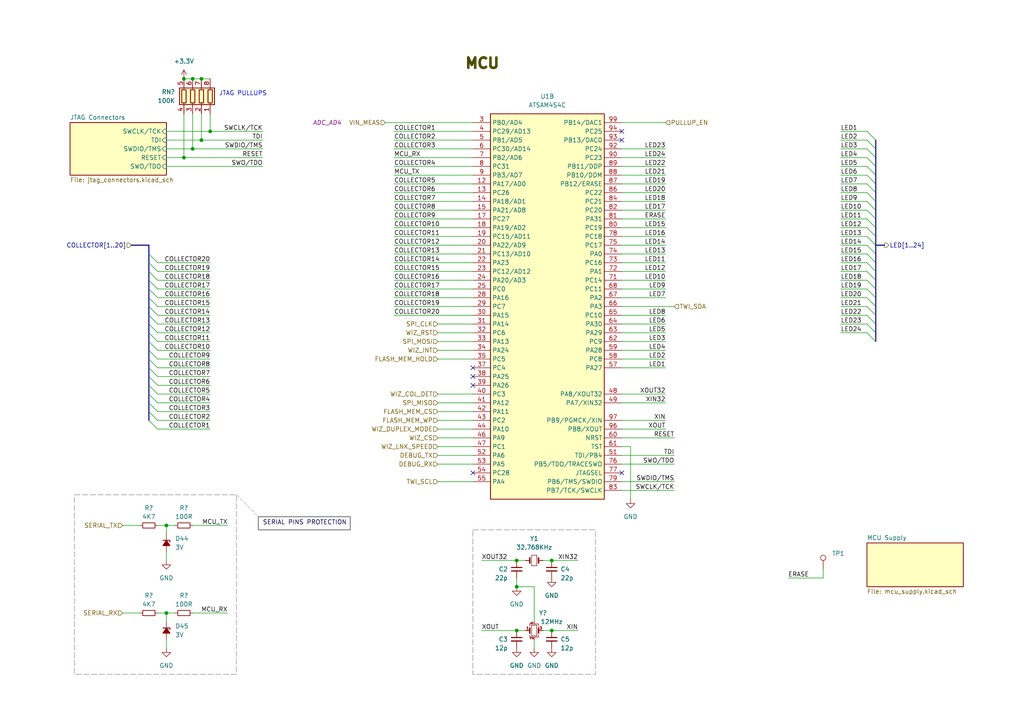
<source format=kicad_sch>
(kicad_sch (version 20230121) (generator eeschema)
  (paper "A4")
  (title_block (title "MCU") (date "2023-06-28") (rev "R1"))
  (lib_symbols
    (symbol "Connector:TestPoint" (pin_numbers hide) (pin_names (offset 0.762) hide)
      (property "Reference" "TP" (at 0 6.858 0))
      (property "Value" "TestPoint" (at 0 5.08 0))
      (symbol "TestPoint_0_1"
        (circle (center 0 3.302) (radius 0.762))
      )
      (symbol "TestPoint_1_1"
        (pin passive line (at 0 0 90) (length 2.54) (name "1") (number "1"))
      )
    )
    (symbol "Device:C_Small" (pin_numbers hide) (pin_names (offset 0.254) hide)
      (property "Reference" "C" (at 0.254 1.778 0))
      (property "Value" "C_Small" (at 0.254 -2.032 0))
      (symbol "C_Small_0_1"
        (polyline (pts (xy -1.524 -0.508) (xy 1.524 -0.508)) (stroke (width 0.3302)))
        (polyline (pts (xy -1.524 0.508) (xy 1.524 0.508)) (stroke (width 0.3048)))
      )
      (symbol "C_Small_1_1"
        (pin passive line (at 0 2.54 270) (length 2.032) (name "~") (number "1"))
        (pin passive line (at 0 -2.54 90) (length 2.032) (name "~") (number "2"))
      )
    )
    (symbol "Device:Crystal_GND24_Small" (pin_names (offset 1.016) hide)
      (property "Reference" "Y" (at 1.27 4.445 0))
      (property "Value" "Crystal_GND24_Small" (at 1.27 2.54 0))
      (symbol "Crystal_GND24_Small_0_1"
        (rectangle (start -0.762 -1.524) (end 0.762 1.524))
        (polyline (pts (xy -1.27 -0.762) (xy -1.27 0.762)) (stroke (width 0.381)))
        (polyline (pts (xy 1.27 -0.762) (xy 1.27 0.762)) (stroke (width 0.381)))
        (polyline (pts (xy -1.27 -1.27) (xy -1.27 -1.905) (xy 1.27 -1.905) (xy 1.27 -1.27)))
        (polyline (pts (xy -1.27 1.27) (xy -1.27 1.905) (xy 1.27 1.905) (xy 1.27 1.27)))
      )
      (symbol "Crystal_GND24_Small_1_1"
        (pin passive line (at -2.54 0 0) (length 1.27) (name "1") (number "1"))
        (pin passive line (at 0 -2.54 90) (length 0.635) (name "2") (number "2"))
        (pin passive line (at 2.54 0 180) (length 1.27) (name "3") (number "3"))
        (pin passive line (at 0 2.54 270) (length 0.635) (name "4") (number "4"))
      )
    )
    (symbol "Device:Crystal_Small" (pin_numbers hide) (pin_names (offset 1.016) hide)
      (property "Reference" "Y" (at 0 2.54 0))
      (property "Value" "Crystal_Small" (at 0 -2.54 0))
      (symbol "Crystal_Small_0_1"
        (rectangle (start -0.762 -1.524) (end 0.762 1.524))
        (polyline (pts (xy -1.27 -0.762) (xy -1.27 0.762)) (stroke (width 0.381)))
        (polyline (pts (xy 1.27 -0.762) (xy 1.27 0.762)) (stroke (width 0.381)))
      )
      (symbol "Crystal_Small_1_1"
        (pin passive line (at -2.54 0 0) (length 1.27) (name "1") (number "1"))
        (pin passive line (at 2.54 0 180) (length 1.27) (name "2") (number "2"))
      )
    )
    (symbol "Device:D_Zener_Small_Filled" (pin_numbers hide) (pin_names (offset 0.254) hide)
      (property "Reference" "D" (at 0 2.286 0))
      (property "Value" "D_Zener_Small_Filled" (at 0 -2.286 0))
      (symbol "D_Zener_Small_Filled_0_1"
        (polyline (pts (xy 0.762 0) (xy -0.762 0)))
        (polyline (pts (xy -0.254 1.016) (xy -0.762 1.016) (xy -0.762 -1.016)) (stroke (width 0.254)))
        (polyline (pts (xy 0.762 1.016) (xy -0.762 0) (xy 0.762 -1.016) (xy 0.762 1.016)) (stroke (width 0.254)) (fill (type outline)))
      )
      (symbol "D_Zener_Small_Filled_1_1"
        (pin passive line (at -2.54 0 0) (length 1.778) (name "K") (number "1"))
        (pin passive line (at 2.54 0 180) (length 1.778) (name "A") (number "2"))
      )
    )
    (symbol "Device:R_Pack04" (pin_names (offset 0) hide)
      (property "Reference" "RN" (at -7.62 0 90))
      (property "Value" "R_Pack04" (at 5.08 0 90))
      (symbol "R_Pack04_0_1"
        (rectangle (start -6.35 -2.413) (end 3.81 2.413) (stroke (width 0.254)) (fill (type background)))
        (rectangle (start -5.715 1.905) (end -4.445 -1.905) (stroke (width 0.254)))
        (rectangle (start -3.175 1.905) (end -1.905 -1.905) (stroke (width 0.254)))
        (rectangle (start -0.635 1.905) (end 0.635 -1.905) (stroke (width 0.254)))
        (polyline (pts (xy -5.08 -2.54) (xy -5.08 -1.905)))
        (polyline (pts (xy -5.08 1.905) (xy -5.08 2.54)))
        (polyline (pts (xy -2.54 -2.54) (xy -2.54 -1.905)))
        (polyline (pts (xy -2.54 1.905) (xy -2.54 2.54)))
        (polyline (pts (xy 0 -2.54) (xy 0 -1.905)))
        (polyline (pts (xy 0 1.905) (xy 0 2.54)))
        (polyline (pts (xy 2.54 -2.54) (xy 2.54 -1.905)))
        (polyline (pts (xy 2.54 1.905) (xy 2.54 2.54)))
        (rectangle (start 1.905 1.905) (end 3.175 -1.905) (stroke (width 0.254)))
      )
      (symbol "R_Pack04_1_1"
        (pin passive line (at -5.08 -5.08 90) (length 2.54) (name "R1.1") (number "1"))
        (pin passive line (at -2.54 -5.08 90) (length 2.54) (name "R2.1") (number "2"))
        (pin passive line (at 0 -5.08 90) (length 2.54) (name "R3.1") (number "3"))
        (pin passive line (at 2.54 -5.08 90) (length 2.54) (name "R4.1") (number "4"))
        (pin passive line (at 2.54 5.08 270) (length 2.54) (name "R4.2") (number "5"))
        (pin passive line (at 0 5.08 270) (length 2.54) (name "R3.2") (number "6"))
        (pin passive line (at -2.54 5.08 270) (length 2.54) (name "R2.2") (number "7"))
        (pin passive line (at -5.08 5.08 270) (length 2.54) (name "R1.2") (number "8"))
      )
    )
    (symbol "Device:R_Small" (pin_numbers hide) (pin_names (offset 0.254) hide)
      (property "Reference" "R" (at 0.762 0.508 0))
      (property "Value" "R_Small" (at 0.762 -1.016 0))
      (symbol "R_Small_0_1"
        (rectangle (start -0.762 1.778) (end 0.762 -1.778) (stroke (width 0.2032)))
      )
      (symbol "R_Small_1_1"
        (pin passive line (at 0 2.54 270) (length 0.762) (name "~") (number "1"))
        (pin passive line (at 0 -2.54 90) (length 0.762) (name "~") (number "2"))
      )
    )
    (symbol "My Libraries:ATSAM4S2C"
      (property "Reference" "U" (at -2.54 58.42 0))
      (property "Value" "ATSAM4S4C" (at 0 55.88 0))
      (symbol "ATSAM4S2C_1_1"
        (rectangle (start -20.32 15.24) (end 20.32 -20.32) (stroke (width 0.254)) (fill (type background)))
        (pin input line (at -25.4 -17.78 0) (length 5.08) (name "ADVREF") (number "1"))
        (pin power_in line (at -25.4 12.7 0) (length 5.08) (name "VDDIN") (number "10"))
        (pin power_in line (at 25.4 -17.78 180) (length 5.08) (name "VDDPLL") (number "100"))
        (pin power_out line (at 25.4 12.7 180) (length 5.08) (name "VDDOUT") (number "11"))
        (pin power_in line (at 25.4 -7.62 180) (length 5.08) (name "VDDCORE") (number "16"))
        (pin power_in line (at -5.08 -25.4 90) (length 5.08) (name "GND") (number "2"))
        (pin power_in line (at -2.54 -25.4 90) (length 5.08) (name "GND") (number "26"))
        (pin power_in line (at -25.4 0 0) (length 5.08) (name "VDDIO") (number "27"))
        (pin power_in line (at 25.4 -5.08 180) (length 5.08) (name "VDDCORE") (number "36"))
        (pin power_in line (at 2.54 -25.4 90) (length 5.08) (name "GND") (number "45"))
        (pin power_in line (at -25.4 -2.54 0) (length 5.08) (name "VDDIO") (number "50"))
        (pin power_in line (at 25.4 -2.54 180) (length 5.08) (name "VDDCORE") (number "56"))
        (pin power_in line (at -25.4 -5.08 0) (length 5.08) (name "VDDIO") (number "69"))
        (pin power_in line (at 0 -25.4 90) (length 5.08) (name "GND") (number "70"))
        (pin power_in line (at 25.4 0 180) (length 5.08) (name "VDDCORE") (number "85"))
        (pin power_in line (at -25.4 -7.62 0) (length 5.08) (name "VDDIO") (number "91"))
        (pin power_in line (at 5.08 -25.4 90) (length 5.08) (name "GND") (number "95"))
        (pin power_in line (at -25.4 -10.16 0) (length 5.08) (name "VDDIO") (number "98"))
      )
      (symbol "ATSAM4S2C_2_1"
        (rectangle (start -17.78 53.34) (end 15.24 -58.42) (stroke (width 0.254)) (fill (type background)))
        (pin passive line (at -22.86 33.02 0) (length 5.08) (name "PA17/AD0") (number "12"))
        (pin passive line (at -22.86 30.48 0) (length 5.08) (name "PC26") (number "13"))
        (pin passive line (at -22.86 27.94 0) (length 5.08) (name "PA18/AD1") (number "14"))
        (pin passive line (at -22.86 25.4 0) (length 5.08) (name "PA21/AD8") (number "15"))
        (pin passive line (at -22.86 22.86 0) (length 5.08) (name "PC27") (number "17"))
        (pin passive line (at -22.86 20.32 0) (length 5.08) (name "PA19/AD2") (number "18"))
        (pin passive line (at -22.86 17.78 0) (length 5.08) (name "PC15/AD11") (number "19"))
        (pin passive line (at -22.86 15.24 0) (length 5.08) (name "PA22/AD9") (number "20"))
        (pin passive line (at -22.86 12.7 0) (length 5.08) (name "PC13/AD10") (number "21"))
        (pin passive line (at -22.86 10.16 0) (length 5.08) (name "PA23") (number "22"))
        (pin passive line (at -22.86 7.62 0) (length 5.08) (name "PC12/AD12") (number "23"))
        (pin passive line (at -22.86 5.08 0) (length 5.08) (name "PA20/AD3") (number "24"))
        (pin passive line (at -22.86 2.54 0) (length 5.08) (name "PC0") (number "25"))
        (pin passive line (at -22.86 0 0) (length 5.08) (name "PA16") (number "28"))
        (pin passive line (at -22.86 -2.54 0) (length 5.08) (name "PC7") (number "29"))
        (pin passive line (at -22.86 50.8 0) (length 5.08) (name "PB0/AD4") (number "3"))
        (pin passive line (at -22.86 -5.08 0) (length 5.08) (name "PA15") (number "30"))
        (pin passive line (at -22.86 -7.62 0) (length 5.08) (name "PA14") (number "31"))
        (pin passive line (at -22.86 -10.16 0) (length 5.08) (name "PC6") (number "32"))
        (pin passive line (at -22.86 -12.7 0) (length 5.08) (name "PA13") (number "33"))
        (pin passive line (at -22.86 -15.24 0) (length 5.08) (name "PA24") (number "34"))
        (pin passive line (at -22.86 -17.78 0) (length 5.08) (name "PC5") (number "35"))
        (pin passive line (at -22.86 -20.32 0) (length 5.08) (name "PC4") (number "37"))
        (pin passive line (at -22.86 -22.86 0) (length 5.08) (name "PA25") (number "38"))
        (pin passive line (at -22.86 -25.4 0) (length 5.08) (name "PA26") (number "39"))
        (pin passive line (at -22.86 48.26 0) (length 5.08) (name "PC29/AD13") (number "4"))
        (pin passive line (at -22.86 -27.94 0) (length 5.08) (name "PC3") (number "40"))
        (pin passive line (at -22.86 -30.48 0) (length 5.08) (name "PA12") (number "41"))
        (pin passive line (at -22.86 -33.02 0) (length 5.08) (name "PA11") (number "42"))
        (pin passive line (at -22.86 -35.56 0) (length 5.08) (name "PC2") (number "43"))
        (pin passive line (at -22.86 -38.1 0) (length 5.08) (name "PA10") (number "44"))
        (pin passive line (at -22.86 -40.64 0) (length 5.08) (name "PA9") (number "46"))
        (pin passive line (at -22.86 -43.18 0) (length 5.08) (name "PC1") (number "47"))
        (pin passive line (at 20.32 -27.94 180) (length 5.08) (name "PA8/XOUT32") (number "48"))
        (pin passive line (at 20.32 -30.48 180) (length 5.08) (name "PA7/XIN32") (number "49"))
        (pin passive line (at -22.86 45.72 0) (length 5.08) (name "PB1/AD5") (number "5"))
        (pin passive line (at 20.32 -45.72 180) (length 5.08) (name "TDI/PB4") (number "51"))
        (pin passive line (at -22.86 -45.72 0) (length 5.08) (name "PA6") (number "52"))
        (pin passive line (at -22.86 -48.26 0) (length 5.08) (name "PA5") (number "53"))
        (pin passive line (at -22.86 -50.8 0) (length 5.08) (name "PC28") (number "54"))
        (pin passive line (at -22.86 -53.34 0) (length 5.08) (name "PA4") (number "55"))
        (pin passive line (at 20.32 -20.32 180) (length 5.08) (name "PA27") (number "57"))
        (pin passive line (at 20.32 -17.78 180) (length 5.08) (name "PC8") (number "58"))
        (pin passive line (at 20.32 -15.24 180) (length 5.08) (name "PA28") (number "59"))
        (pin passive line (at -22.86 43.18 0) (length 5.08) (name "PC30/AD14") (number "6"))
        (pin passive line (at 20.32 -40.64 180) (length 5.08) (name "NRST") (number "60"))
        (pin passive line (at 20.32 -43.18 180) (length 5.08) (name "TST") (number "61"))
        (pin passive line (at 20.32 -12.7 180) (length 5.08) (name "PC9") (number "62"))
        (pin passive line (at 20.32 -10.16 180) (length 5.08) (name "PA29") (number "63"))
        (pin passive line (at 20.32 -7.62 180) (length 5.08) (name "PA30") (number "64"))
        (pin passive line (at 20.32 -5.08 180) (length 5.08) (name "PC10") (number "65"))
        (pin passive line (at 20.32 -2.54 180) (length 5.08) (name "PA3") (number "66"))
        (pin passive line (at 20.32 0 180) (length 5.08) (name "PA2") (number "67"))
        (pin passive line (at 20.32 2.54 180) (length 5.08) (name "PC11") (number "68"))
        (pin passive line (at -22.86 40.64 0) (length 5.08) (name "PB2/AD6") (number "7"))
        (pin passive line (at 20.32 5.08 180) (length 5.08) (name "PC14") (number "71"))
        (pin passive line (at 20.32 7.62 180) (length 5.08) (name "PA1") (number "72"))
        (pin passive line (at 20.32 10.16 180) (length 5.08) (name "PC16") (number "73"))
        (pin passive line (at 20.32 12.7 180) (length 5.08) (name "PA0") (number "74"))
        (pin passive line (at 20.32 15.24 180) (length 5.08) (name "PC17") (number "75"))
        (pin passive line (at 20.32 -48.26 180) (length 5.08) (name "PB5/TDO/TRACESWO") (number "76"))
        (pin passive line (at 20.32 -50.8 180) (length 5.08) (name "JTAGSEL") (number "77"))
        (pin passive line (at 20.32 17.78 180) (length 5.08) (name "PC18") (number "78"))
        (pin passive line (at 20.32 -53.34 180) (length 5.08) (name "PB6/TMS/SWDIO") (number "79"))
        (pin passive line (at -22.86 38.1 0) (length 5.08) (name "PC31") (number "8"))
        (pin passive line (at 20.32 20.32 180) (length 5.08) (name "PC19") (number "80"))
        (pin passive line (at 20.32 22.86 180) (length 5.08) (name "PA31") (number "81"))
        (pin passive line (at 20.32 25.4 180) (length 5.08) (name "PC20") (number "82"))
        (pin passive line (at 20.32 -55.88 180) (length 5.08) (name "PB7/TCK/SWCLK") (number "83"))
        (pin passive line (at 20.32 27.94 180) (length 5.08) (name "PC21") (number "84"))
        (pin passive line (at 20.32 30.48 180) (length 5.08) (name "PC22") (number "86"))
        (pin passive line (at 20.32 33.02 180) (length 5.08) (name "PB12/ERASE") (number "87"))
        (pin passive line (at 20.32 35.56 180) (length 5.08) (name "PB10/DDM") (number "88"))
        (pin passive line (at 20.32 38.1 180) (length 5.08) (name "PB11/DDP") (number "89"))
        (pin passive line (at -22.86 35.56 0) (length 5.08) (name "PB3/AD7") (number "9"))
        (pin passive line (at 20.32 40.64 180) (length 5.08) (name "PC23") (number "90"))
        (pin passive line (at 20.32 43.18 180) (length 5.08) (name "PC24") (number "92"))
        (pin passive line (at 20.32 45.72 180) (length 5.08) (name "PB13/DAC0") (number "93"))
        (pin passive line (at 20.32 48.26 180) (length 5.08) (name "PC25") (number "94"))
        (pin passive line (at 20.32 -38.1 180) (length 5.08) (name "PB8/XOUT") (number "96"))
        (pin passive line (at 20.32 -35.56 180) (length 5.08) (name "PB9/PGMCK/XIN") (number "97"))
        (pin passive line (at 20.32 50.8 180) (length 5.08) (name "PB14/DAC1") (number "99"))
      )
    )
    (symbol "power:+3.3V" (power) (pin_names (offset 0))
      (property "Value" "+3.3V" (at 0 3.556 0))
      (symbol "+3.3V_0_1"
        (polyline (pts (xy -0.762 1.27) (xy 0 2.54)))
        (polyline (pts (xy 0 0) (xy 0 2.54)))
        (polyline (pts (xy 0 2.54) (xy 0.762 1.27)))
      )
      (symbol "+3.3V_1_1"
        (pin power_in line (at 0 0 90) (length 0) hide (name "+3.3V") (number "1"))
      )
    )
    (symbol "power:GND" (power) (pin_names (offset 0))
      (property "Value" "GND" (at 0 -3.81 0))
      (symbol "GND_0_1"
        (polyline (pts (xy 0 0) (xy 0 -1.27) (xy 1.27 -1.27) (xy 0 -2.54) (xy -1.27 -1.27) (xy 0 -1.27)))
      )
      (symbol "GND_1_1"
        (pin power_in line (at 0 0 270) (length 0) hide (name "GND") (number "1"))
      )
    )
  )
  (junction (at 58.42 22.86))
  (junction (at 160.02 182.88))
  (junction (at 58.42 40.64))
  (junction (at 60.96 38.1))
  (junction (at 160.02 162.56))
  (junction (at 53.34 45.72))
  (junction (at 149.86 182.88))
  (junction (at 48.26 152.4))
  (junction (at 149.86 170.18))
  (junction (at 53.34 22.86))
  (junction (at 55.88 22.86))
  (junction (at 48.26 177.8))
  (junction (at 149.86 162.56))
  (junction (at 55.88 43.18))
  (no_connect (at 137.16 111.76))
  (no_connect (at 180.34 40.64))
  (no_connect (at 137.16 109.22))
  (no_connect (at 180.34 38.1))
  (no_connect (at 137.16 106.68))
  (no_connect (at 180.34 137.16))
  (no_connect (at 137.16 137.16))
  (bus_entry (at 251.46 86.36) (size 2.54 2.54))
  (bus_entry (at 254 60.96) (size -2.54 -2.54))
  (bus_entry (at 254 93.98) (size -2.54 -2.54))
  (bus_entry (at 254 91.44) (size -2.54 -2.54))
  (bus_entry (at 43.18 114.3) (size 2.54 2.54))
  (bus_entry (at 254 81.28) (size -2.54 -2.54))
  (bus_entry (at 254 73.66) (size -2.54 -2.54))
  (bus_entry (at 43.18 116.84) (size 2.54 2.54))
  (bus_entry (at 254 66.04) (size -2.54 -2.54))
  (bus_entry (at 43.18 78.74) (size 2.54 2.54))
  (bus_entry (at 45.72 76.2) (size -2.54 -2.54))
  (bus_entry (at 254 76.2) (size -2.54 -2.54))
  (bus_entry (at 43.18 96.52) (size 2.54 2.54))
  (bus_entry (at 43.18 81.28) (size 2.54 2.54))
  (bus_entry (at 254 78.74) (size -2.54 -2.54))
  (bus_entry (at 43.18 119.38) (size 2.54 2.54))
  (bus_entry (at 43.18 101.6) (size 2.54 2.54))
  (bus_entry (at 43.18 91.44) (size 2.54 2.54))
  (bus_entry (at 43.18 109.22) (size 2.54 2.54))
  (bus_entry (at 43.18 121.92) (size 2.54 2.54))
  (bus_entry (at 45.72 101.6) (size -2.54 -2.54))
  (bus_entry (at 251.46 60.96) (size 2.54 2.54))
  (bus_entry (at 254 96.52) (size -2.54 -2.54))
  (bus_entry (at 254 58.42) (size -2.54 -2.54))
  (bus_entry (at 254 40.64) (size -2.54 -2.54))
  (bus_entry (at 43.18 86.36) (size 2.54 2.54))
  (bus_entry (at 254 43.18) (size -2.54 -2.54))
  (bus_entry (at 254 71.12) (size -2.54 -2.54))
  (bus_entry (at 254 68.58) (size -2.54 -2.54))
  (bus_entry (at 254 55.88) (size -2.54 -2.54))
  (bus_entry (at 43.18 88.9) (size 2.54 2.54))
  (bus_entry (at 43.18 83.82) (size 2.54 2.54))
  (bus_entry (at 254 83.82) (size -2.54 -2.54))
  (bus_entry (at 254 53.34) (size -2.54 -2.54))
  (bus_entry (at 251.46 96.52) (size 2.54 2.54))
  (bus_entry (at 254 86.36) (size -2.54 -2.54))
  (bus_entry (at 43.18 106.68) (size 2.54 2.54))
  (bus_entry (at 43.18 111.76) (size 2.54 2.54))
  (bus_entry (at 254 45.72) (size -2.54 -2.54))
  (bus_entry (at 254 50.8) (size -2.54 -2.54))
  (bus_entry (at 43.18 104.14) (size 2.54 2.54))
  (bus_entry (at 43.18 93.98) (size 2.54 2.54))
  (bus_entry (at 254 48.26) (size -2.54 -2.54))
  (bus_entry (at 43.18 76.2) (size 2.54 2.54))
  (wire (pts (xy 35.56 152.4) (xy 40.64 152.4)))
  (wire (pts (xy 127 129.54) (xy 137.16 129.54)))
  (wire (pts (xy 180.34 104.14) (xy 193.04 104.14)))
  (wire (pts (xy 137.16 78.74) (xy 114.3 78.74)))
  (bus (pts (xy 43.18 109.22) (xy 43.18 106.68)))
  (wire (pts (xy 45.72 116.84) (xy 60.96 116.84)))
  (wire (pts (xy 48.26 177.8) (xy 48.26 180.34)))
  (wire (pts (xy 180.34 50.8) (xy 193.04 50.8)))
  (wire (pts (xy 45.72 78.74) (xy 60.96 78.74)))
  (bus (pts (xy 254 93.98) (xy 254 96.52)))
  (bus (pts (xy 254 83.82) (xy 254 86.36)))
  (wire (pts (xy 149.86 162.56) (xy 152.4 162.56)))
  (wire (pts (xy 180.34 93.98) (xy 193.04 93.98)))
  (bus (pts (xy 254 96.52) (xy 254 99.06)))
  (wire (pts (xy 114.3 50.8) (xy 137.16 50.8)))
  (wire (pts (xy 48.26 38.1) (xy 60.96 38.1)))
  (wire (pts (xy 180.34 129.54) (xy 182.88 129.54)))
  (wire (pts (xy 137.16 68.58) (xy 114.3 68.58)))
  (bus (pts (xy 254 73.66) (xy 254 76.2)))
  (wire (pts (xy 180.34 60.96) (xy 193.04 60.96)))
  (bus (pts (xy 43.18 96.52) (xy 43.18 93.98)))
  (wire (pts (xy 48.26 152.4) (xy 50.8 152.4)))
  (bus (pts (xy 43.18 119.38) (xy 43.18 116.84)))
  (wire (pts (xy 48.26 152.4) (xy 48.26 154.94)))
  (wire (pts (xy 45.72 88.9) (xy 60.96 88.9)))
  (bus (pts (xy 254 68.58) (xy 254 71.12)))
  (wire (pts (xy 180.34 58.42) (xy 193.04 58.42)))
  (bus (pts (xy 254 71.12) (xy 254 73.66)))
  (wire (pts (xy 137.16 83.82) (xy 114.3 83.82)))
  (wire (pts (xy 154.94 170.18) (xy 149.86 170.18)))
  (wire (pts (xy 48.26 160.02) (xy 48.26 162.56)))
  (bus (pts (xy 254 55.88) (xy 254 58.42)))
  (wire (pts (xy 45.72 111.76) (xy 60.96 111.76)))
  (wire (pts (xy 45.72 104.14) (xy 60.96 104.14)))
  (wire (pts (xy 251.46 53.34) (xy 243.84 53.34)))
  (wire (pts (xy 180.34 91.44) (xy 193.04 91.44)))
  (wire (pts (xy 137.16 88.9) (xy 114.3 88.9)))
  (wire (pts (xy 55.88 152.4) (xy 66.04 152.4)))
  (wire (pts (xy 127 134.62) (xy 137.16 134.62)))
  (wire (pts (xy 45.72 93.98) (xy 60.96 93.98)))
  (bus (pts (xy 43.18 73.66) (xy 43.18 71.12)))
  (wire (pts (xy 127 119.38) (xy 137.16 119.38)))
  (wire (pts (xy 139.7 162.56) (xy 149.86 162.56)))
  (wire (pts (xy 160.02 182.88) (xy 167.64 182.88)))
  (wire (pts (xy 127 114.3) (xy 137.16 114.3)))
  (wire (pts (xy 180.34 101.6) (xy 193.04 101.6)))
  (bus (pts (xy 254 88.9) (xy 254 91.44)))
  (wire (pts (xy 48.26 177.8) (xy 50.8 177.8)))
  (wire (pts (xy 154.94 180.34) (xy 154.94 170.18)))
  (bus (pts (xy 43.18 76.2) (xy 43.18 73.66)))
  (wire (pts (xy 251.46 83.82) (xy 243.84 83.82)))
  (bus (pts (xy 43.18 81.28) (xy 43.18 78.74)))
  (wire (pts (xy 58.42 33.02) (xy 58.42 40.64)))
  (bus (pts (xy 254 48.26) (xy 254 50.8)))
  (wire (pts (xy 137.16 43.18) (xy 114.3 43.18)))
  (wire (pts (xy 45.72 96.52) (xy 60.96 96.52)))
  (wire (pts (xy 137.16 91.44) (xy 114.3 91.44)))
  (wire (pts (xy 111.76 35.56) (xy 137.16 35.56)))
  (wire (pts (xy 251.46 71.12) (xy 243.84 71.12)))
  (wire (pts (xy 251.46 81.28) (xy 243.84 81.28)))
  (wire (pts (xy 180.34 142.24) (xy 195.58 142.24)))
  (bus (pts (xy 43.18 83.82) (xy 43.18 81.28)))
  (wire (pts (xy 157.48 162.56) (xy 160.02 162.56)))
  (bus (pts (xy 254 40.64) (xy 254 43.18)))
  (bus (pts (xy 43.18 86.36) (xy 43.18 83.82)))
  (bus (pts (xy 254 78.74) (xy 254 81.28)))
  (wire (pts (xy 180.34 134.62) (xy 195.58 134.62)))
  (wire (pts (xy 154.94 185.42) (xy 154.94 187.96)))
  (wire (pts (xy 127 93.98) (xy 137.16 93.98)))
  (wire (pts (xy 58.42 22.86) (xy 60.96 22.86)))
  (wire (pts (xy 238.76 165.1) (xy 238.76 167.64)))
  (bus (pts (xy 254 81.28) (xy 254 83.82)))
  (bus (pts (xy 43.18 104.14) (xy 43.18 101.6)))
  (wire (pts (xy 180.34 63.5) (xy 193.04 63.5)))
  (wire (pts (xy 127 116.84) (xy 137.16 116.84)))
  (wire (pts (xy 180.34 68.58) (xy 193.04 68.58)))
  (wire (pts (xy 45.72 101.6) (xy 60.96 101.6)))
  (wire (pts (xy 180.34 43.18) (xy 193.04 43.18)))
  (wire (pts (xy 180.34 99.06) (xy 193.04 99.06)))
  (wire (pts (xy 251.46 50.8) (xy 243.84 50.8)))
  (wire (pts (xy 180.34 76.2) (xy 193.04 76.2)))
  (wire (pts (xy 251.46 60.96) (xy 243.84 60.96)))
  (wire (pts (xy 127 139.7) (xy 137.16 139.7)))
  (wire (pts (xy 137.16 40.64) (xy 114.3 40.64)))
  (wire (pts (xy 45.72 152.4) (xy 48.26 152.4)))
  (wire (pts (xy 180.34 53.34) (xy 193.04 53.34)))
  (wire (pts (xy 60.96 38.1) (xy 76.2 38.1)))
  (wire (pts (xy 35.56 177.8) (xy 40.64 177.8)))
  (wire (pts (xy 53.34 22.86) (xy 55.88 22.86)))
  (wire (pts (xy 127 104.14) (xy 137.16 104.14)))
  (wire (pts (xy 127 96.52) (xy 137.16 96.52)))
  (wire (pts (xy 193.04 121.92) (xy 180.34 121.92)))
  (wire (pts (xy 127 121.92) (xy 137.16 121.92)))
  (wire (pts (xy 137.16 48.26) (xy 114.3 48.26)))
  (wire (pts (xy 182.88 129.54) (xy 182.88 144.78)))
  (wire (pts (xy 45.72 109.22) (xy 60.96 109.22)))
  (wire (pts (xy 55.88 33.02) (xy 55.88 43.18)))
  (wire (pts (xy 55.88 43.18) (xy 76.2 43.18)))
  (wire (pts (xy 137.16 63.5) (xy 114.3 63.5)))
  (wire (pts (xy 45.72 114.3) (xy 60.96 114.3)))
  (wire (pts (xy 45.72 83.82) (xy 60.96 83.82)))
  (wire (pts (xy 193.04 124.46) (xy 180.34 124.46)))
  (bus (pts (xy 43.18 71.12) (xy 38.1 71.12)))
  (wire (pts (xy 45.72 119.38) (xy 60.96 119.38)))
  (wire (pts (xy 180.34 83.82) (xy 193.04 83.82)))
  (wire (pts (xy 45.72 81.28) (xy 60.96 81.28)))
  (wire (pts (xy 180.34 132.08) (xy 195.58 132.08)))
  (bus (pts (xy 254 76.2) (xy 254 78.74)))
  (wire (pts (xy 251.46 55.88) (xy 243.84 55.88)))
  (wire (pts (xy 238.76 167.64) (xy 228.6 167.64)))
  (wire (pts (xy 137.16 71.12) (xy 114.3 71.12)))
  (wire (pts (xy 160.02 162.56) (xy 167.64 162.56)))
  (wire (pts (xy 251.46 68.58) (xy 243.84 68.58)))
  (wire (pts (xy 55.88 22.86) (xy 58.42 22.86)))
  (wire (pts (xy 180.34 96.52) (xy 193.04 96.52)))
  (wire (pts (xy 251.46 63.5) (xy 243.84 63.5)))
  (wire (pts (xy 137.16 76.2) (xy 114.3 76.2)))
  (wire (pts (xy 149.86 182.88) (xy 152.4 182.88)))
  (bus (pts (xy 254 43.18) (xy 254 45.72)))
  (bus (pts (xy 254 66.04) (xy 254 68.58)))
  (wire (pts (xy 251.46 91.44) (xy 243.84 91.44)))
  (wire (pts (xy 251.46 66.04) (xy 243.84 66.04)))
  (wire (pts (xy 137.16 55.88) (xy 114.3 55.88)))
  (bus (pts (xy 254 60.96) (xy 254 63.5)))
  (wire (pts (xy 251.46 93.98) (xy 243.84 93.98)))
  (wire (pts (xy 180.34 88.9) (xy 195.58 88.9)))
  (bus (pts (xy 254 63.5) (xy 254 66.04)))
  (bus (pts (xy 43.18 91.44) (xy 43.18 88.9)))
  (wire (pts (xy 53.34 45.72) (xy 76.2 45.72)))
  (bus (pts (xy 43.18 93.98) (xy 43.18 91.44)))
  (wire (pts (xy 180.34 86.36) (xy 193.04 86.36)))
  (wire (pts (xy 149.86 170.18) (xy 149.86 167.64)))
  (wire (pts (xy 180.34 71.12) (xy 193.04 71.12)))
  (bus (pts (xy 254 58.42) (xy 254 60.96)))
  (wire (pts (xy 180.34 55.88) (xy 193.04 55.88)))
  (polyline (pts (xy 68.58 143.51) (xy 74.93 149.86)) (stroke (width 0.1) (type dash) (color 132 132 132 1)))
  (wire (pts (xy 251.46 45.72) (xy 243.84 45.72)))
  (wire (pts (xy 137.16 60.96) (xy 114.3 60.96)))
  (wire (pts (xy 58.42 40.64) (xy 76.2 40.64)))
  (wire (pts (xy 48.26 43.18) (xy 55.88 43.18)))
  (bus (pts (xy 254 86.36) (xy 254 88.9)))
  (wire (pts (xy 193.04 116.84) (xy 180.34 116.84)))
  (bus (pts (xy 43.18 111.76) (xy 43.18 109.22)))
  (bus (pts (xy 43.18 121.92) (xy 43.18 119.38)))
  (bus (pts (xy 43.18 88.9) (xy 43.18 86.36)))
  (wire (pts (xy 251.46 86.36) (xy 243.84 86.36)))
  (wire (pts (xy 251.46 76.2) (xy 243.84 76.2)))
  (wire (pts (xy 251.46 58.42) (xy 243.84 58.42)))
  (bus (pts (xy 256.54 71.12) (xy 254 71.12)))
  (wire (pts (xy 114.3 45.72) (xy 137.16 45.72)))
  (wire (pts (xy 45.72 99.06) (xy 60.96 99.06)))
  (bus (pts (xy 43.18 99.06) (xy 43.18 96.52)))
  (bus (pts (xy 254 53.34) (xy 254 55.88)))
  (wire (pts (xy 180.34 78.74) (xy 193.04 78.74)))
  (wire (pts (xy 251.46 96.52) (xy 243.84 96.52)))
  (wire (pts (xy 180.34 48.26) (xy 193.04 48.26)))
  (bus (pts (xy 43.18 114.3) (xy 43.18 111.76)))
  (bus (pts (xy 254 50.8) (xy 254 53.34)))
  (wire (pts (xy 127 99.06) (xy 137.16 99.06)))
  (wire (pts (xy 137.16 81.28) (xy 114.3 81.28)))
  (wire (pts (xy 139.7 182.88) (xy 149.86 182.88)))
  (wire (pts (xy 48.26 48.26) (xy 76.2 48.26)))
  (wire (pts (xy 180.34 45.72) (xy 193.04 45.72)))
  (bus (pts (xy 43.18 101.6) (xy 43.18 99.06)))
  (wire (pts (xy 180.34 81.28) (xy 193.04 81.28)))
  (bus (pts (xy 43.18 116.84) (xy 43.18 114.3)))
  (wire (pts (xy 48.26 40.64) (xy 58.42 40.64)))
  (wire (pts (xy 127 127) (xy 137.16 127)))
  (wire (pts (xy 251.46 88.9) (xy 243.84 88.9)))
  (wire (pts (xy 55.88 177.8) (xy 66.04 177.8)))
  (bus (pts (xy 254 91.44) (xy 254 93.98)))
  (wire (pts (xy 137.16 66.04) (xy 114.3 66.04)))
  (wire (pts (xy 157.48 182.88) (xy 160.02 182.88)))
  (wire (pts (xy 127 101.6) (xy 137.16 101.6)))
  (wire (pts (xy 48.26 185.42) (xy 48.26 187.96)))
  (wire (pts (xy 45.72 106.68) (xy 60.96 106.68)))
  (wire (pts (xy 53.34 33.02) (xy 53.34 45.72)))
  (bus (pts (xy 43.18 78.74) (xy 43.18 76.2)))
  (wire (pts (xy 251.46 73.66) (xy 243.84 73.66)))
  (wire (pts (xy 180.34 66.04) (xy 193.04 66.04)))
  (wire (pts (xy 193.04 114.3) (xy 180.34 114.3)))
  (wire (pts (xy 48.26 45.72) (xy 53.34 45.72)))
  (wire (pts (xy 180.34 106.68) (xy 193.04 106.68)))
  (wire (pts (xy 137.16 38.1) (xy 114.3 38.1)))
  (wire (pts (xy 127 124.46) (xy 137.16 124.46)))
  (wire (pts (xy 251.46 78.74) (xy 243.84 78.74)))
  (wire (pts (xy 45.72 177.8) (xy 48.26 177.8)))
  (wire (pts (xy 45.72 121.92) (xy 60.96 121.92)))
  (wire (pts (xy 45.72 91.44) (xy 60.96 91.44)))
  (wire (pts (xy 180.34 127) (xy 195.58 127)))
  (wire (pts (xy 180.34 35.56) (xy 193.04 35.56)))
  (wire (pts (xy 45.72 86.36) (xy 60.96 86.36)))
  (wire (pts (xy 251.46 43.18) (xy 243.84 43.18)))
  (wire (pts (xy 251.46 40.64) (xy 243.84 40.64)))
  (wire (pts (xy 137.16 73.66) (xy 114.3 73.66)))
  (wire (pts (xy 180.34 73.66) (xy 193.04 73.66)))
  (wire (pts (xy 137.16 86.36) (xy 114.3 86.36)))
  (wire (pts (xy 137.16 53.34) (xy 114.3 53.34)))
  (bus (pts (xy 43.18 106.68) (xy 43.18 104.14)))
  (wire (pts (xy 251.46 48.26) (xy 243.84 48.26)))
  (wire (pts (xy 60.96 33.02) (xy 60.96 38.1)))
  (wire (pts (xy 60.96 124.46) (xy 45.72 124.46)))
  (wire (pts (xy 180.34 139.7) (xy 195.58 139.7)))
  (wire (pts (xy 137.16 58.42) (xy 114.3 58.42)))
  (wire (pts (xy 45.72 76.2) (xy 60.96 76.2)))
  (wire (pts (xy 127 132.08) (xy 137.16 132.08)))
  (wire (pts (xy 243.84 38.1) (xy 251.46 38.1)))
  (bus (pts (xy 254 45.72) (xy 254 48.26)))
  (rectangle (start 137.16 153.67) (end 172.72 195.58) (stroke (width 0.15) (type dash) (color 132 132 132 1)))
  (rectangle (start 21.59 143.51) (end 68.58 195.58) (stroke (width 0.15) (type dash) (color 132 132 132 1)))
  (rectangle (start 74.93 149.86) (end 101.6 153.67) (stroke (width 0.3) (color 132 132 132 1)))
  (text "JTAG PULLUPS" (at 63.5 27.94 0) (effects (font (size 1.27 1.27)) (justify left bottom)))
  (text "${TITLE}" (at 134.62 20.32 0) (effects (font (size 3 3) (thickness 0.8) bold) (justify left bottom)))
  (text "SERIAL PINS PROTECTION" (at 76.2 152.4 0) (effects (font (size 1.27 1.27)) (justify left bottom)))
  (label "COLLECTOR5" (at 60.96 114.3 180))
  (label "SWDIO{slash}TMS" (at 76.2 43.18 180))
  (label "COLLECTOR2" (at 114.3 40.64 0))
  (label "COLLECTOR16" (at 60.96 86.36 180))
  (label "LED1" (at 193.04 106.68 180))
  (label "COLLECTOR4" (at 60.96 116.84 180))
  (label "XOUT" (at 139.7 182.88 0))
  (label "COLLECTOR17" (at 114.3 83.82 0))
  (label "LED4" (at 243.84 45.72 0))
  (label "LED5" (at 243.84 48.26 0))
  (label "LED14" (at 193.04 71.12 180))
  (label "LED13" (at 243.84 68.58 0))
  (label "COLLECTOR3" (at 60.96 119.38 180))
  (label "LED24" (at 193.04 45.72 180))
  (label "COLLECTOR17" (at 60.96 83.82 180))
  (label "COLLECTOR10" (at 60.96 101.6 180))
  (label "LED2" (at 243.84 40.64 0))
  (label "COLLECTOR15" (at 114.3 78.74 0))
  (label "LED14" (at 243.84 71.12 0))
  (label "LED18" (at 193.04 58.42 180))
  (label "LED17" (at 243.84 78.74 0))
  (label "RESET" (at 195.58 127 180))
  (label "LED10" (at 193.04 81.28 180))
  (label "LED15" (at 193.04 66.04 180))
  (label "MCU_RX" (at 66.04 177.8 180))
  (label "COLLECTOR15" (at 60.96 88.9 180))
  (label "COLLECTOR1" (at 114.3 38.1 0))
  (label "XIN" (at 167.64 182.88 180))
  (label "LED2" (at 193.04 104.14 180))
  (label "LED20" (at 193.04 55.88 180))
  (label "COLLECTOR12" (at 60.96 96.52 180))
  (label "LED8" (at 243.84 55.88 0))
  (label "TDI" (at 195.58 132.08 180))
  (label "XOUT32" (at 139.7 162.56 0))
  (label "LED11" (at 243.84 63.5 0))
  (label "LED22" (at 193.04 48.26 180))
  (label "MCU_RX" (at 114.3 45.72 0))
  (label "LED22" (at 243.84 91.44 0))
  (label "LED4" (at 193.04 101.6 180))
  (label "SWCLK{slash}TCK" (at 195.58 142.24 180))
  (label "COLLECTOR8" (at 60.96 106.68 180))
  (label "COLLECTOR6" (at 60.96 111.76 180))
  (label "LED16" (at 243.84 76.2 0))
  (label "SWO{slash}TDO" (at 195.58 134.62 180))
  (label "ERASE" (at 193.04 63.5 180))
  (label "LED8" (at 193.04 91.44 180))
  (label "COLLECTOR18" (at 114.3 86.36 0))
  (label "COLLECTOR19" (at 60.96 78.74 180))
  (label "COLLECTOR3" (at 114.3 43.18 0))
  (label "LED3" (at 193.04 99.06 180))
  (label "LED23" (at 243.84 93.98 0))
  (label "LED6" (at 193.04 93.98 180))
  (label "XIN" (at 193.04 121.92 180))
  (label "LED16" (at 193.04 68.58 180))
  (label "COLLECTOR13" (at 60.96 93.98 180))
  (label "COLLECTOR19" (at 114.3 88.9 0))
  (label "COLLECTOR7" (at 60.96 109.22 180))
  (label "COLLECTOR8" (at 114.3 60.96 0))
  (label "COLLECTOR11" (at 60.96 99.06 180))
  (label "LED13" (at 193.04 73.66 180))
  (label "LED1" (at 243.84 38.1 0))
  (label "COLLECTOR5" (at 114.3 53.34 0))
  (label "LED20" (at 243.84 86.36 0))
  (label "LED21" (at 243.84 88.9 0))
  (label "LED23" (at 193.04 43.18 180))
  (label "LED18" (at 243.84 81.28 0))
  (label "COLLECTOR14" (at 114.3 76.2 0))
  (label "COLLECTOR9" (at 114.3 63.5 0))
  (label "LED9" (at 243.84 58.42 0))
  (label "COLLECTOR9" (at 60.96 104.14 180))
  (label "LED12" (at 243.84 66.04 0))
  (label "LED10" (at 243.84 60.96 0))
  (label "LED21" (at 193.04 50.8 180))
  (label "COLLECTOR18" (at 60.96 81.28 180))
  (label "ERASE" (at 228.6 167.64 0))
  (label "SWCLK{slash}TCK" (at 76.2 38.1 180))
  (label "LED9" (at 193.04 83.82 180))
  (label "COLLECTOR14" (at 60.96 91.44 180))
  (label "COLLECTOR4" (at 114.3 48.26 0))
  (label "COLLECTOR13" (at 114.3 73.66 0))
  (label "LED3" (at 243.84 43.18 0))
  (label "MCU_TX" (at 66.04 152.4 180))
  (label "LED7" (at 193.04 86.36 180))
  (label "LED24" (at 243.84 96.52 0))
  (label "SWO{slash}TDO" (at 76.2 48.26 180))
  (label "TDI" (at 76.2 40.64 180))
  (label "XIN32" (at 167.64 162.56 180))
  (label "MCU_TX" (at 114.3 50.8 0))
  (label "LED15" (at 243.84 73.66 0))
  (label "COLLECTOR12" (at 114.3 71.12 0))
  (label "COLLECTOR10" (at 114.3 66.04 0))
  (label "SWDIO{slash}TMS" (at 195.58 139.7 180))
  (label "LED7" (at 243.84 53.34 0))
  (label "LED19" (at 193.04 53.34 180))
  (label "COLLECTOR7" (at 114.3 58.42 0))
  (label "LED19" (at 243.84 83.82 0))
  (label "COLLECTOR20" (at 114.3 91.44 0))
  (label "COLLECTOR16" (at 114.3 81.28 0))
  (label "COLLECTOR11" (at 114.3 68.58 0))
  (label "XOUT32" (at 193.04 114.3 180))
  (label "LED17" (at 193.04 60.96 180))
  (label "COLLECTOR6" (at 114.3 55.88 0))
  (label "LED5" (at 193.04 96.52 180))
  (label "COLLECTOR20" (at 60.96 76.2 180))
  (label "XOUT" (at 193.04 124.46 180))
  (label "COLLECTOR1" (at 60.96 124.46 180))
  (label "XIN32" (at 193.04 116.84 180))
  (label "RESET" (at 76.2 45.72 180))
  (label "COLLECTOR2" (at 60.96 121.92 180))
  (label "LED11" (at 193.04 76.2 180))
  (label "LED12" (at 193.04 78.74 180))
  (label "LED6" (at 243.84 50.8 0))
  (hierarchical_label "DEBUG_TX" (shape input) (at 127 132.08 180))
  (hierarchical_label "WIZ_COL_DET" (shape input) (at 127 114.3 180))
  (hierarchical_label "WIZ_LNK_SPEED" (shape input) (at 127 129.54 180))
  (hierarchical_label "FLASH_MEM_WP" (shape input) (at 127 121.92 180))
  (hierarchical_label "PULLUP_EN" (shape input) (at 193.04 35.56 0))
  (hierarchical_label "TWI_SCL" (shape input) (at 127 139.7 180))
  (hierarchical_label "FLASH_MEM_CS" (shape input) (at 127 119.38 180))
  (hierarchical_label "LED[1..24]" (shape output) (at 256.54 71.12 0))
  (hierarchical_label "SERIAL_TX" (shape input) (at 35.56 152.4 180))
  (hierarchical_label "FLASH_MEM_HOLD" (shape input) (at 127 104.14 180))
  (hierarchical_label "WIZ_RST" (shape input) (at 127 96.52 180))
  (hierarchical_label "COLLECTOR[1..20]" (shape input) (at 38.1 71.12 180))
  (hierarchical_label "DEBUG_RX" (shape input) (at 127 134.62 180))
  (hierarchical_label "SPI_CLK" (shape input) (at 127 93.98 180))
  (hierarchical_label "VIN_MEAS" (shape input) (at 111.76 35.56 180) (property "ADC" "ADC_AD4" (at 99.06 35.56 0) (effects (font italic) (justify right))))
  (hierarchical_label "SPI_MISO" (shape input) (at 127 116.84 180))
  (hierarchical_label "TWI_SDA" (shape input) (at 195.58 88.9 0))
  (hierarchical_label "WIZ_DUPLEX_MODE" (shape input) (at 127 124.46 180))
  (hierarchical_label "WIZ_CS" (shape input) (at 127 127 180))
  (hierarchical_label "WIZ_INT" (shape input) (at 127 101.6 180))
  (hierarchical_label "SPI_MOSI" (shape input) (at 127 99.06 180))
  (hierarchical_label "SERIAL_RX" (shape input) (at 35.56 177.8 180))
  (symbol (lib_id "Device:C_Small") (at 160.02 165.1 0) (unit 1)
    (property "Reference" "C4" (at 162.56 165.1 0) (effects (justify left)))
    (property "Value" "22p" (at 162.56 167.64 0) (effects (justify left)))
    (property "Footprint" "Capacitor_SMD:C_0603_1608Metric" (effects hide))
    (instances (project "serial_io_expander" (path "" (reference "C4") (unit 1)) (path "" (reference "C?") (unit 1)) (path "" (reference "C?") (unit 1))))
  )
  (symbol (lib_id "Device:C_Small") (at 160.02 185.42 0) (unit 1)
    (property "Reference" "C5" (at 162.56 185.42 0) (effects (justify left)))
    (property "Value" "12p" (at 162.56 187.96 0) (effects (justify left)))
    (property "Footprint" "Capacitor_SMD:C_0603_1608Metric" (effects hide))
    (instances (project "serial_io_expander" (path "" (reference "C5") (unit 1)) (path "" (reference "C?") (unit 1)) (path "" (reference "C?") (unit 1))))
  )
  (symbol (lib_id "Device:Crystal_GND24_Small") (at 154.94 182.88 0) (unit 1)
    (property "Reference" "Y?" (at 157.48 177.8 0))
    (property "Value" "12MHz" (at 160.02 180.34 0))
    (property "Footprint" "Crystal:Crystal_SMD_Abracon_ABM8G-4Pin_3.2x2.5mm" (effects hide))
    (instances (project "serial_io_expander" (path "" (reference "Y?") (unit 1)) (path "" (reference "Y2") (unit 1))))
  )
  (symbol (lib_id "Connector:TestPoint") (at 238.76 165.1 0) (unit 1) (in_bom no)
    (property "Reference" "TP1" (at 241.3 160.528 0) (effects (justify left)))
    (property "Value" "TestPoint" (effects hide))
    (property "Footprint" "TestPoint:TestPoint_Pad_D1.5mm" (effects hide))
  )
  (symbol (lib_id "power:GND") (at 160.02 167.64 0) (unit 1)
    (property "Reference" "#PWR0168" (effects hide))
    (property "Value" "GND" (at 160.02 172.72 0))
  )
  (symbol (lib_id "power:GND") (at 182.88 144.78 0) (unit 1)
    (property "Reference" "#PWR0165" (effects hide))
    (property "Value" "GND" (at 182.88 149.86 0))
  )
  (symbol (lib_id "power:GND") (at 149.86 187.96 0) (mirror y) (unit 1)
    (property "Reference" "#PWR0166" (effects hide))
    (property "Value" "GND" (at 149.86 193.04 0))
  )
  (symbol (lib_id "Device:D_Zener_Small_Filled") (at 48.26 182.88 270) (unit 1)
    (property "Reference" "D45" (at 50.8 181.61 90) (effects (justify left)))
    (property "Value" "3V" (at 50.8 184.15 90) (effects (justify left)))
    (property "Footprint" "Diode_SMD:D_SOD-123" (effects hide))
    (property "PartkeeprID" "75" (effects hide))
  )
  (symbol (lib_id "My Libraries:ATSAM4S2C") (at 160.02 86.36 0) (unit 2)
    (property "Reference" "U1" (at 158.75 27.94 0))
    (property "Value" "ATSAM4S4C" (at 158.75 30.48 0))
    (property "Footprint" "Package_QFP:LQFP-100_14x14mm_P0.5mm" (effects hide))
    (property "Datasheet" "https://ww1.microchip.com/downloads/aemDocuments/documents/OTH/ProductDocuments/DataSheets/Atmel-11100-32-bitCortex-M4-Microcontroller-SAM4S_Datasheet.pdf" (effects hide))
  )
  (symbol (lib_id "power:GND") (at 48.26 187.96 0) (unit 1)
    (property "Reference" "#PWR0163" (effects hide))
    (property "Value" "GND" (at 48.26 193.04 0))
  )
  (symbol (lib_id "Device:R_Small") (at 43.18 177.8 90) (mirror x) (unit 1)
    (property "Reference" "R?" (at 43.18 172.72 90))
    (property "Value" "4K7" (at 43.18 175.26 90))
    (property "Footprint" "Resistor_SMD:R_0603_1608Metric" (effects hide))
    (instances (project "serial_io_expander" (path "" (reference "R?") (unit 1)) (path "" (reference "R73") (unit 1))))
  )
  (symbol (lib_id "Device:R_Small") (at 53.34 177.8 90) (mirror x) (unit 1)
    (property "Reference" "R?" (at 53.34 172.72 90))
    (property "Value" "100R" (at 53.34 175.26 90))
    (property "Footprint" "Resistor_SMD:R_0603_1608Metric" (effects hide))
    (instances (project "serial_io_expander" (path "" (reference "R?") (unit 1)) (path "" (reference "R75") (unit 1))))
  )
  (symbol (lib_id "Device:C_Small") (at 149.86 165.1 0) (mirror y) (unit 1)
    (property "Reference" "C2" (at 147.32 165.1 0) (effects (justify left)))
    (property "Value" "22p" (at 147.32 167.64 0) (effects (justify left)))
    (property "Footprint" "Capacitor_SMD:C_0603_1608Metric" (effects hide))
    (instances (project "serial_io_expander" (path "" (reference "C2") (unit 1)) (path "" (reference "C?") (unit 1)) (path "" (reference "C?") (unit 1))))
  )
  (symbol (lib_id "Device:D_Zener_Small_Filled") (at 48.26 157.48 270) (unit 1)
    (property "Reference" "D44" (at 50.8 156.21 90) (effects (justify left)))
    (property "Value" "3V" (at 50.8 158.75 90) (effects (justify left)))
    (property "Footprint" "Diode_SMD:D_SOD-123" (effects hide))
    (property "PartkeeprID" "75" (effects hide))
  )
  (symbol (lib_id "power:+3.3V") (at 53.34 22.86 0) (unit 1)
    (property "Reference" "#PWR0164" (effects hide))
    (property "Value" "+3.3V" (at 53.34 17.78 0))
    (instances (project "serial_io_expander" (path "" (reference "#PWR0164") (unit 1)) (path "" (reference "#PWR?") (unit 1)) (path "" (reference "#PWR?") (unit 1)) (path "" (reference "#PWR?") (unit 1))))
  )
  (symbol (lib_id "Device:R_Pack04") (at 55.88 27.94 0) (mirror y) (unit 1)
    (property "Reference" "RN?" (at 50.8 26.67 0) (effects (justify left)))
    (property "Value" "100K" (at 50.8 29.21 0) (effects (justify left)))
    (property "Footprint" "Resistor_SMD:R_Array_Concave_4x0603" (effects hide))
    (instances (project "serial_io_expander" (path "" (reference "RN?") (unit 1)) (path "" (reference "RN?") (unit 1)) (path "" (reference "RN?") (unit 1)) (path "" (reference "RN2") (unit 1))))
  )
  (symbol (lib_id "Device:R_Small") (at 53.34 152.4 90) (mirror x) (unit 1)
    (property "Reference" "R?" (at 53.34 147.32 90))
    (property "Value" "100R" (at 53.34 149.86 90))
    (property "Footprint" "Resistor_SMD:R_0603_1608Metric" (effects hide))
    (instances (project "serial_io_expander" (path "" (reference "R?") (unit 1)) (path "" (reference "R74") (unit 1))))
  )
  (symbol (lib_id "power:GND") (at 154.94 187.96 0) (mirror y) (unit 1)
    (property "Reference" "#PWR0169" (effects hide))
    (property "Value" "GND" (at 154.94 193.04 0))
  )
  (symbol (lib_id "power:GND") (at 48.26 162.56 0) (unit 1)
    (property "Reference" "#PWR0162" (effects hide))
    (property "Value" "GND" (at 48.26 167.64 0))
  )
  (symbol (lib_id "Device:Crystal_Small") (at 154.94 162.56 0) (unit 1)
    (property "Reference" "Y1" (at 154.94 156.21 0))
    (property "Value" "32.768KHz" (at 154.94 158.75 0))
    (property "Footprint" "Crystal:Crystal_C26-LF_D2.1mm_L6.5mm_Horizontal" (effects hide))
    (property "PartkeeprID" "54" (effects hide))
  )
  (symbol (lib_id "power:GND") (at 149.86 170.18 0) (mirror y) (unit 1)
    (property "Reference" "#PWR0167" (effects hide))
    (property "Value" "GND" (at 149.86 175.26 0))
  )
  (symbol (lib_id "Device:R_Small") (at 43.18 152.4 90) (mirror x) (unit 1)
    (property "Reference" "R?" (at 43.18 147.32 90))
    (property "Value" "4K7" (at 43.18 149.86 90))
    (property "Footprint" "Resistor_SMD:R_0603_1608Metric" (effects hide))
    (instances (project "serial_io_expander" (path "" (reference "R?") (unit 1)) (path "" (reference "R72") (unit 1))))
  )
  (symbol (lib_id "power:GND") (at 160.02 187.96 0) (unit 1)
    (property "Reference" "#PWR0170" (effects hide))
    (property "Value" "GND" (at 160.02 193.04 0))
  )
  (symbol (lib_id "Device:C_Small") (at 149.86 185.42 0) (mirror y) (unit 1)
    (property "Reference" "C3" (at 147.32 185.42 0) (effects (justify left)))
    (property "Value" "12p" (at 147.32 187.96 0) (effects (justify left)))
    (property "Footprint" "Capacitor_SMD:C_0603_1608Metric" (effects hide))
    (instances (project "serial_io_expander" (path "" (reference "C3") (unit 1)) (path "" (reference "C?") (unit 1)) (path "" (reference "C?") (unit 1))))
  )
  (sheet (at 251.46 157.48) (size 27.94 12.7) (stroke (width 0.254)) (fill (color 255 255 194 1.0000))
    (property "Sheetname" "MCU Supply" (at 251.46 156.7176 0) (effects (justify left bottom)))
    (property "Sheetfile" "mcu_supply.kicad_sch" (at 251.46 170.8154 0) (effects (justify left top)))
  )
  (sheet (at 20.32 35.56) (size 27.94 15.24) (stroke (width 0.254)) (fill (color 255 255 194 1.0000))
    (property "Sheetname" "JTAG Connectors" (at 20.32 34.7976 0) (effects (justify left bottom)))
    (property "Sheetfile" "jtag_connectors.kicad_sch" (at 20.32 51.4354 0) (effects (justify left top)))
    (pin "RESET" input (at 48.26 45.72 0))
    (pin "SWCLK{slash}TCK" input (at 48.26 38.1 0))
    (pin "SWDIO{slash}TMS" input (at 48.26 43.18 0))
    (pin "TDI" input (at 48.26 40.64 0))
    (pin "SWO{slash}TDO" input (at 48.26 48.26 0))
  )
)
</source>
